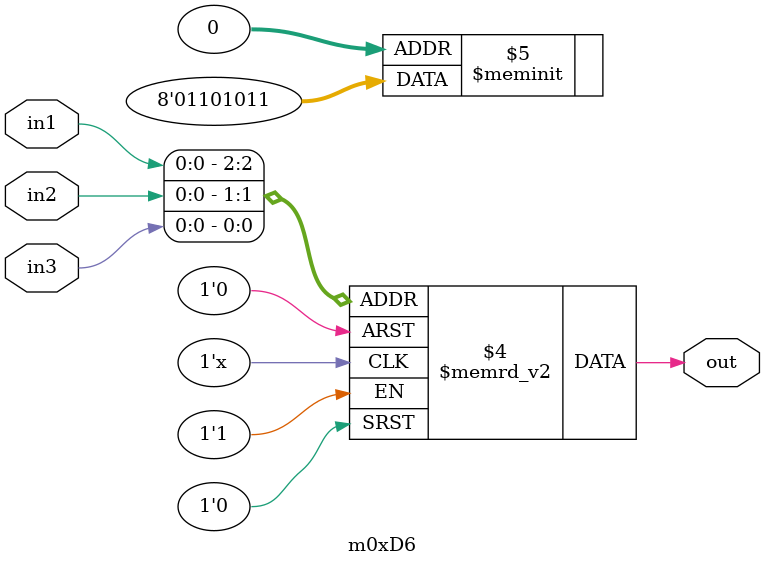
<source format=v>
module m0xD6(output out, input in1, in2, in3);

   always @(in1, in2, in3)
     begin
        case({in1, in2, in3})
          3'b000: {out} = 1'b1;
          3'b001: {out} = 1'b1;
          3'b010: {out} = 1'b0;
          3'b011: {out} = 1'b1;
          3'b100: {out} = 1'b0;
          3'b101: {out} = 1'b1;
          3'b110: {out} = 1'b1;
          3'b111: {out} = 1'b0;
        endcase // case ({in1, in2, in3})
     end // always @ (in1, in2, in3)

endmodule // m0xD6
</source>
